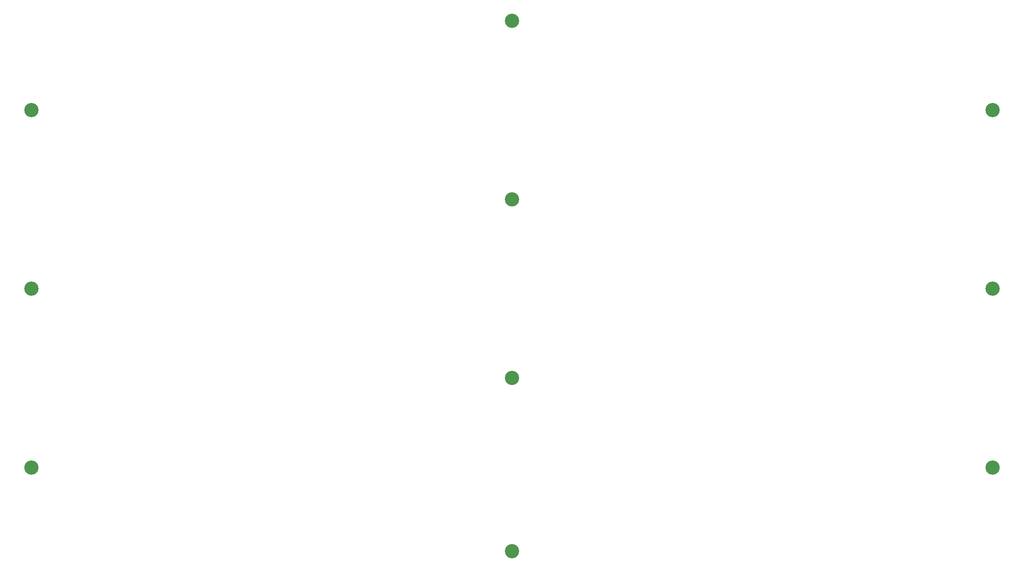
<source format=gbr>
%TF.GenerationSoftware,KiCad,Pcbnew,7.0.1*%
%TF.CreationDate,2025-06-01T15:38:27+02:00*%
%TF.ProjectId,federkontaktplatine,66656465-726b-46f6-9e74-616b74706c61,rev?*%
%TF.SameCoordinates,Original*%
%TF.FileFunction,Soldermask,Bot*%
%TF.FilePolarity,Negative*%
%FSLAX46Y46*%
G04 Gerber Fmt 4.6, Leading zero omitted, Abs format (unit mm)*
G04 Created by KiCad (PCBNEW 7.0.1) date 2025-06-01 15:38:27*
%MOMM*%
%LPD*%
G01*
G04 APERTURE LIST*
%ADD10C,3.200000*%
G04 APERTURE END LIST*
D10*
%TO.C,H6*%
X40500000Y-79250000D03*
%TD*%
%TO.C,H2*%
X148000000Y-99250000D03*
%TD*%
%TO.C,H9*%
X255500000Y-119250000D03*
%TD*%
%TO.C,H1*%
X148000000Y-19250000D03*
%TD*%
%TO.C,H10*%
X148000000Y-59250000D03*
%TD*%
%TO.C,H5*%
X40500000Y-119250000D03*
%TD*%
%TO.C,H8*%
X255500000Y-39250000D03*
%TD*%
%TO.C,H7*%
X148000000Y-138000000D03*
%TD*%
%TO.C,H12*%
X255500000Y-79250000D03*
%TD*%
%TO.C,H4*%
X40500000Y-39250000D03*
%TD*%
M02*

</source>
